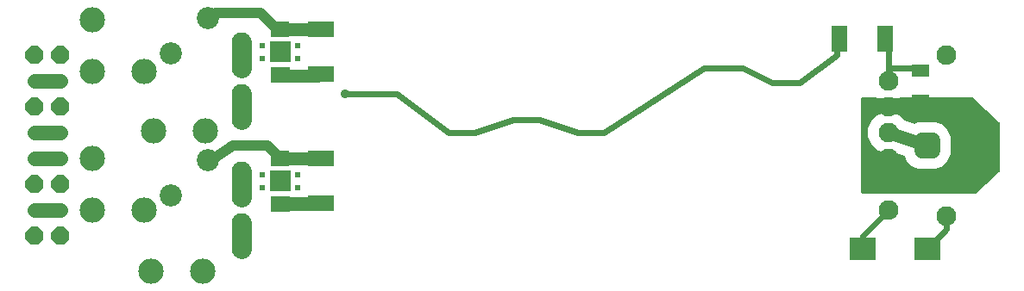
<source format=gbr>
G04 EAGLE Gerber RS-274X export*
G75*
%MOMM*%
%FSLAX34Y34*%
%LPD*%
%INTop Copper*%
%IPPOS*%
%AMOC8*
5,1,8,0,0,1.08239X$1,22.5*%
G01*
%ADD10R,6.032500X1.428750*%
%ADD11C,1.930400*%
%ADD12C,1.524000*%
%ADD13R,1.587400X2.540000*%
%ADD14R,1.701800X1.143000*%
%ADD15C,2.489200*%
%ADD16C,2.184400*%
%ADD17R,2.540000X1.587400*%
%ADD18R,2.000000X2.000000*%
%ADD19R,0.500000X1.500000*%
%ADD20R,1.000000X1.500000*%
%ADD21R,0.500000X0.500000*%
%ADD22R,2.540000X2.286000*%
%ADD23P,1.924489X8X112.500000*%
%ADD24C,1.408000*%
%ADD25C,1.270000*%
%ADD26C,0.609600*%
%ADD27C,0.406400*%
%ADD28C,0.254000*%
%ADD29C,1.930400*%
%ADD30C,0.906400*%
%ADD31C,1.016000*%

G36*
X737046Y79706D02*
X737046Y79706D01*
X737145Y79709D01*
X737204Y79726D01*
X737264Y79733D01*
X737356Y79770D01*
X737451Y79797D01*
X737503Y79828D01*
X737559Y79850D01*
X737639Y79908D01*
X737725Y79959D01*
X737800Y80025D01*
X737817Y80037D01*
X737824Y80046D01*
X737846Y80065D01*
X738077Y80296D01*
X745359Y83313D01*
X753241Y83313D01*
X760523Y80296D01*
X760754Y80065D01*
X760833Y80004D01*
X760905Y79936D01*
X760958Y79907D01*
X761006Y79870D01*
X761097Y79831D01*
X761183Y79783D01*
X761242Y79768D01*
X761298Y79744D01*
X761396Y79728D01*
X761491Y79703D01*
X761591Y79697D01*
X761612Y79694D01*
X761624Y79695D01*
X761652Y79693D01*
X835025Y79693D01*
X835100Y79703D01*
X835176Y79702D01*
X835257Y79723D01*
X835341Y79733D01*
X835411Y79761D01*
X835484Y79779D01*
X835558Y79819D01*
X835636Y79850D01*
X835697Y79895D01*
X835764Y79931D01*
X835889Y80032D01*
X841361Y85114D01*
X845462Y88922D01*
X849562Y92729D01*
X849563Y92730D01*
X858114Y100670D01*
X858192Y100764D01*
X858276Y100853D01*
X858294Y100885D01*
X858318Y100914D01*
X858370Y101024D01*
X858430Y101131D01*
X858439Y101167D01*
X858455Y101201D01*
X858478Y101321D01*
X858509Y101439D01*
X858513Y101494D01*
X858516Y101513D01*
X858515Y101534D01*
X858519Y101600D01*
X858519Y149225D01*
X858504Y149343D01*
X858497Y149463D01*
X858484Y149501D01*
X858479Y149541D01*
X858435Y149652D01*
X858399Y149765D01*
X858377Y149799D01*
X858362Y149836D01*
X858292Y149933D01*
X858228Y150034D01*
X858187Y150077D01*
X858176Y150094D01*
X858160Y150107D01*
X858118Y150151D01*
X832718Y173963D01*
X832654Y174010D01*
X832597Y174064D01*
X832526Y174103D01*
X832461Y174150D01*
X832388Y174179D01*
X832319Y174217D01*
X832240Y174237D01*
X832165Y174267D01*
X832087Y174277D01*
X832011Y174297D01*
X831850Y174307D01*
X761652Y174307D01*
X761554Y174294D01*
X761455Y174291D01*
X761397Y174275D01*
X761336Y174267D01*
X761244Y174231D01*
X761149Y174203D01*
X761097Y174172D01*
X761041Y174150D01*
X760961Y174092D01*
X760875Y174041D01*
X760800Y173975D01*
X760783Y173963D01*
X760776Y173954D01*
X760754Y173935D01*
X760523Y173704D01*
X753241Y170687D01*
X745359Y170687D01*
X738077Y173704D01*
X737846Y173935D01*
X737767Y173996D01*
X737695Y174064D01*
X737642Y174093D01*
X737594Y174130D01*
X737503Y174169D01*
X737417Y174217D01*
X737358Y174232D01*
X737302Y174256D01*
X737205Y174272D01*
X737109Y174297D01*
X737009Y174303D01*
X736988Y174306D01*
X736976Y174305D01*
X736948Y174307D01*
X723900Y174307D01*
X723782Y174292D01*
X723663Y174284D01*
X723625Y174272D01*
X723584Y174267D01*
X723474Y174223D01*
X723361Y174186D01*
X723326Y174165D01*
X723289Y174150D01*
X723193Y174080D01*
X723092Y174016D01*
X723064Y173987D01*
X723031Y173963D01*
X722956Y173871D01*
X722874Y173785D01*
X722854Y173749D01*
X722829Y173718D01*
X722778Y173610D01*
X722720Y173506D01*
X722710Y173467D01*
X722693Y173430D01*
X722671Y173314D01*
X722641Y173198D01*
X722637Y173138D01*
X722633Y173118D01*
X722635Y173098D01*
X722631Y173038D01*
X722631Y80963D01*
X722646Y80844D01*
X722653Y80726D01*
X722666Y80687D01*
X722671Y80647D01*
X722714Y80536D01*
X722751Y80423D01*
X722773Y80389D01*
X722788Y80351D01*
X722858Y80255D01*
X722921Y80154D01*
X722951Y80127D01*
X722974Y80094D01*
X723066Y80018D01*
X723153Y79936D01*
X723188Y79917D01*
X723219Y79891D01*
X723327Y79840D01*
X723431Y79783D01*
X723471Y79773D01*
X723507Y79756D01*
X723624Y79733D01*
X723739Y79703D01*
X723800Y79700D01*
X723820Y79696D01*
X723840Y79697D01*
X723900Y79693D01*
X736948Y79693D01*
X737046Y79706D01*
G37*
%LPC*%
G36*
X778783Y104139D02*
X778783Y104139D01*
X772248Y106846D01*
X767246Y111848D01*
X765322Y116494D01*
X765250Y116619D01*
X765182Y116746D01*
X765172Y116757D01*
X765164Y116771D01*
X765064Y116874D01*
X764967Y116979D01*
X764954Y116988D01*
X764943Y116999D01*
X764820Y117074D01*
X764700Y117152D01*
X764680Y117160D01*
X764672Y117165D01*
X764654Y117171D01*
X764550Y117213D01*
X755156Y120344D01*
X755102Y120355D01*
X755052Y120374D01*
X754947Y120386D01*
X754844Y120406D01*
X754790Y120403D01*
X754736Y120409D01*
X754631Y120395D01*
X754526Y120389D01*
X754474Y120372D01*
X754421Y120365D01*
X754268Y120313D01*
X753241Y119887D01*
X745359Y119887D01*
X738077Y122904D01*
X732504Y128477D01*
X729487Y135759D01*
X729487Y143641D01*
X732504Y150923D01*
X738077Y156496D01*
X745359Y159513D01*
X753241Y159513D01*
X760523Y156496D01*
X765012Y152008D01*
X765055Y151975D01*
X765091Y151935D01*
X765180Y151877D01*
X765263Y151813D01*
X765313Y151791D01*
X765358Y151762D01*
X765508Y151701D01*
X774876Y148578D01*
X774929Y148568D01*
X774980Y148549D01*
X775085Y148537D01*
X775188Y148516D01*
X775242Y148519D01*
X775296Y148513D01*
X775401Y148528D01*
X775506Y148534D01*
X775557Y148550D01*
X775611Y148558D01*
X775763Y148610D01*
X778783Y149861D01*
X796017Y149861D01*
X802552Y147154D01*
X807554Y142152D01*
X810261Y135617D01*
X810261Y118383D01*
X807554Y111848D01*
X802552Y106846D01*
X796017Y104139D01*
X778783Y104139D01*
G37*
%LPD*%
D10*
X173038Y69056D03*
D11*
X114300Y101600D03*
X114300Y152400D03*
X114300Y76200D03*
X114300Y50800D03*
X114300Y25400D03*
X114300Y177800D03*
X114300Y203200D03*
X114300Y228600D03*
X749300Y114300D03*
X749300Y139700D03*
X749300Y88900D03*
X749300Y63500D03*
X749300Y165100D03*
X749300Y190500D03*
D12*
X820420Y121920D02*
X849630Y121920D01*
X820420Y121920D02*
X820420Y132080D01*
X849630Y132080D01*
X849630Y121920D01*
X792480Y132080D02*
X782320Y132080D01*
X792480Y132080D02*
X792480Y121920D01*
X782320Y121920D01*
X782320Y132080D01*
D13*
X746125Y231775D03*
X701675Y231775D03*
D14*
X781050Y171005D03*
X781050Y200469D03*
D11*
X806450Y57150D03*
X806450Y215900D03*
D15*
X-31750Y114300D03*
X-31750Y63500D03*
X19050Y63500D03*
D16*
X45242Y78224D03*
X81758Y112276D03*
D17*
X192088Y69850D03*
X192088Y114300D03*
D15*
X-31750Y250825D03*
X-31750Y200025D03*
X19050Y200025D03*
D16*
X45242Y217924D03*
X81758Y251976D03*
D17*
X192088Y196850D03*
X192088Y241300D03*
D15*
X28575Y141288D03*
X79375Y141288D03*
X25400Y3175D03*
X76200Y3175D03*
D18*
X152400Y219075D03*
D19*
X146150Y196575D03*
X159275Y196575D03*
X146150Y241575D03*
X158650Y241575D03*
D20*
X152400Y196575D03*
X152400Y241575D03*
D21*
X134938Y212725D03*
X134938Y225425D03*
X169863Y212725D03*
X169863Y225425D03*
D18*
X152400Y92075D03*
D19*
X146150Y69575D03*
X159275Y69575D03*
X146150Y114575D03*
X158650Y114575D03*
D20*
X152400Y69575D03*
X152400Y114575D03*
D21*
X134938Y85725D03*
X134938Y98425D03*
X169863Y85725D03*
X169863Y98425D03*
D22*
X723900Y25400D03*
X787400Y25400D03*
D23*
X-88900Y38100D03*
X-63500Y38100D03*
D24*
X-74820Y63500D02*
X-88900Y63500D01*
X-77580Y63500D02*
X-63500Y63500D01*
D23*
X-88900Y88900D03*
X-63500Y88900D03*
D24*
X-74820Y114300D02*
X-88900Y114300D01*
X-77580Y114300D02*
X-63500Y114300D01*
X-74820Y139700D02*
X-88900Y139700D01*
X-77580Y139700D02*
X-63500Y139700D01*
D23*
X-88900Y165100D03*
X-63500Y165100D03*
D24*
X-74820Y190500D02*
X-88900Y190500D01*
X-77580Y190500D02*
X-63500Y190500D01*
D23*
X-88900Y215900D03*
X-63500Y215900D03*
D25*
X749300Y139700D02*
X787400Y127000D01*
D26*
X749300Y203200D02*
X749300Y228600D01*
X746125Y231775D01*
X749300Y203200D02*
X749300Y190500D01*
X749300Y203200D02*
X781050Y203200D01*
X781050Y200469D01*
D27*
X749300Y114300D02*
X749300Y88900D01*
X749300Y165100D02*
X825500Y165100D01*
X825500Y88900D01*
X749300Y88900D01*
D28*
X763588Y80963D02*
X733425Y80963D01*
X733425Y173038D02*
X765175Y173038D01*
D29*
X114300Y177800D02*
X114300Y152400D01*
X114300Y50800D02*
X114300Y25400D01*
D26*
X444500Y139700D02*
X469900Y139700D01*
X444500Y139700D02*
X406400Y152400D01*
X381000Y152400D01*
X342900Y139700D01*
X317500Y139700D01*
X266700Y177800D01*
X215900Y177800D01*
D30*
X215900Y177800D03*
D26*
X469900Y139700D02*
X568325Y203200D01*
X606425Y203200D01*
X635000Y188913D01*
X661988Y188913D01*
X698500Y215900D01*
X698500Y228600D01*
D25*
X192088Y196850D02*
X188913Y195263D01*
X180975Y195263D01*
X152400Y195263D01*
D30*
X180975Y195263D03*
D29*
X114300Y203200D02*
X114300Y228600D01*
D25*
X158650Y241575D02*
X158925Y241300D01*
X192088Y241300D01*
D31*
X85289Y112276D02*
X81758Y112276D01*
X106363Y127000D02*
X119063Y127000D01*
X131763Y127000D01*
X139700Y127000D01*
X152400Y114300D01*
D30*
X131763Y127000D03*
X119063Y127000D03*
X106363Y127000D03*
D31*
X82550Y111125D01*
X192088Y114300D02*
X193400Y114575D01*
D25*
X158650Y114575D01*
D30*
X195263Y195263D03*
X196850Y69850D03*
X184150Y69850D03*
D26*
X723900Y38100D02*
X749300Y63500D01*
X723900Y38100D02*
X723900Y25400D01*
X806450Y44450D02*
X806450Y57150D01*
X806450Y44450D02*
X787400Y25400D01*
D29*
X114300Y76200D02*
X114300Y101600D01*
D31*
X150813Y242888D02*
X146050Y244475D01*
X133350Y257175D01*
X131763Y257175D01*
X117475Y257175D01*
X103188Y257175D01*
X88900Y257175D01*
X82550Y250825D01*
D30*
X103188Y257175D03*
X117475Y257175D03*
X131763Y257175D03*
M02*

</source>
